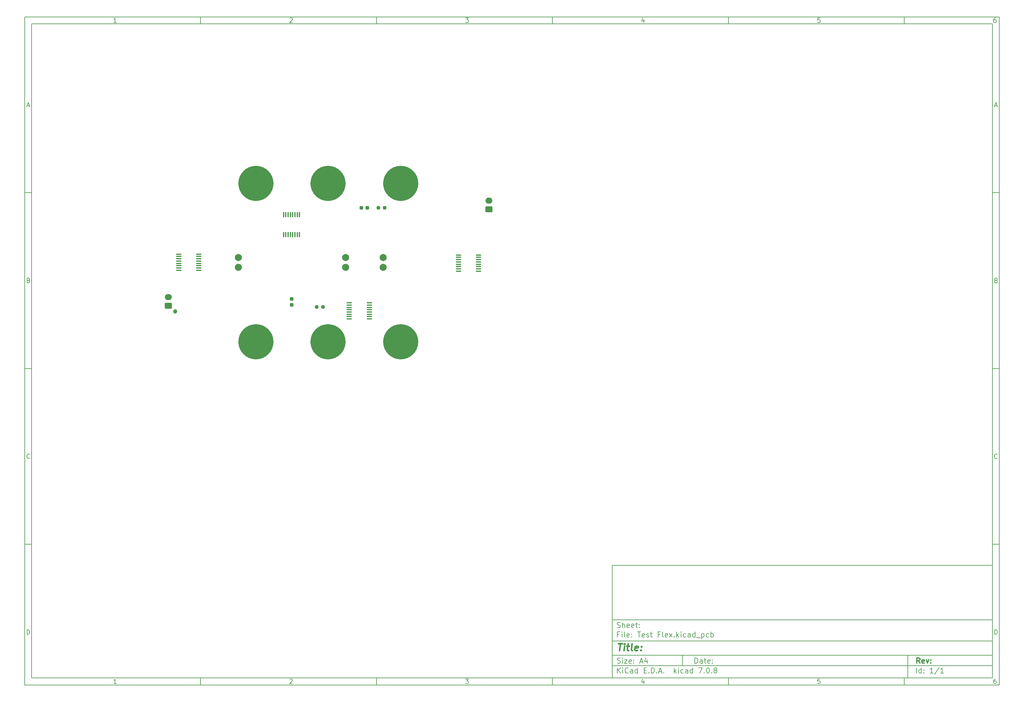
<source format=gbr>
%TF.GenerationSoftware,KiCad,Pcbnew,7.0.8*%
%TF.CreationDate,2023-11-08T15:44:53-05:00*%
%TF.ProjectId,Test Flex,54657374-2046-46c6-9578-2e6b69636164,rev?*%
%TF.SameCoordinates,Original*%
%TF.FileFunction,Soldermask,Top*%
%TF.FilePolarity,Negative*%
%FSLAX46Y46*%
G04 Gerber Fmt 4.6, Leading zero omitted, Abs format (unit mm)*
G04 Created by KiCad (PCBNEW 7.0.8) date 2023-11-08 15:44:53*
%MOMM*%
%LPD*%
G01*
G04 APERTURE LIST*
G04 Aperture macros list*
%AMRoundRect*
0 Rectangle with rounded corners*
0 $1 Rounding radius*
0 $2 $3 $4 $5 $6 $7 $8 $9 X,Y pos of 4 corners*
0 Add a 4 corners polygon primitive as box body*
4,1,4,$2,$3,$4,$5,$6,$7,$8,$9,$2,$3,0*
0 Add four circle primitives for the rounded corners*
1,1,$1+$1,$2,$3*
1,1,$1+$1,$4,$5*
1,1,$1+$1,$6,$7*
1,1,$1+$1,$8,$9*
0 Add four rect primitives between the rounded corners*
20,1,$1+$1,$2,$3,$4,$5,0*
20,1,$1+$1,$4,$5,$6,$7,0*
20,1,$1+$1,$6,$7,$8,$9,0*
20,1,$1+$1,$8,$9,$2,$3,0*%
G04 Aperture macros list end*
%ADD10C,0.100000*%
%ADD11C,0.150000*%
%ADD12C,0.300000*%
%ADD13C,0.400000*%
%ADD14C,10.000000*%
%ADD15C,2.000000*%
%ADD16RoundRect,0.100000X-0.637500X-0.100000X0.637500X-0.100000X0.637500X0.100000X-0.637500X0.100000X0*%
%ADD17RoundRect,0.237500X-0.237500X0.287500X-0.237500X-0.287500X0.237500X-0.287500X0.237500X0.287500X0*%
%ADD18RoundRect,0.237500X-0.250000X-0.237500X0.250000X-0.237500X0.250000X0.237500X-0.250000X0.237500X0*%
%ADD19C,1.200000*%
%ADD20RoundRect,0.250000X0.750000X-0.600000X0.750000X0.600000X-0.750000X0.600000X-0.750000X-0.600000X0*%
%ADD21O,2.000000X1.700000*%
%ADD22RoundRect,0.237500X-0.287500X-0.237500X0.287500X-0.237500X0.287500X0.237500X-0.287500X0.237500X0*%
%ADD23RoundRect,0.100000X0.100000X-0.637500X0.100000X0.637500X-0.100000X0.637500X-0.100000X-0.637500X0*%
G04 APERTURE END LIST*
D10*
D11*
X177002200Y-166007200D02*
X285002200Y-166007200D01*
X285002200Y-198007200D01*
X177002200Y-198007200D01*
X177002200Y-166007200D01*
D10*
D11*
X10000000Y-10000000D02*
X287002200Y-10000000D01*
X287002200Y-200007200D01*
X10000000Y-200007200D01*
X10000000Y-10000000D01*
D10*
D11*
X12000000Y-12000000D02*
X285002200Y-12000000D01*
X285002200Y-198007200D01*
X12000000Y-198007200D01*
X12000000Y-12000000D01*
D10*
D11*
X60000000Y-12000000D02*
X60000000Y-10000000D01*
D10*
D11*
X110000000Y-12000000D02*
X110000000Y-10000000D01*
D10*
D11*
X160000000Y-12000000D02*
X160000000Y-10000000D01*
D10*
D11*
X210000000Y-12000000D02*
X210000000Y-10000000D01*
D10*
D11*
X260000000Y-12000000D02*
X260000000Y-10000000D01*
D10*
D11*
X36089160Y-11593604D02*
X35346303Y-11593604D01*
X35717731Y-11593604D02*
X35717731Y-10293604D01*
X35717731Y-10293604D02*
X35593922Y-10479319D01*
X35593922Y-10479319D02*
X35470112Y-10603128D01*
X35470112Y-10603128D02*
X35346303Y-10665033D01*
D10*
D11*
X85346303Y-10417414D02*
X85408207Y-10355509D01*
X85408207Y-10355509D02*
X85532017Y-10293604D01*
X85532017Y-10293604D02*
X85841541Y-10293604D01*
X85841541Y-10293604D02*
X85965350Y-10355509D01*
X85965350Y-10355509D02*
X86027255Y-10417414D01*
X86027255Y-10417414D02*
X86089160Y-10541223D01*
X86089160Y-10541223D02*
X86089160Y-10665033D01*
X86089160Y-10665033D02*
X86027255Y-10850747D01*
X86027255Y-10850747D02*
X85284398Y-11593604D01*
X85284398Y-11593604D02*
X86089160Y-11593604D01*
D10*
D11*
X135284398Y-10293604D02*
X136089160Y-10293604D01*
X136089160Y-10293604D02*
X135655826Y-10788842D01*
X135655826Y-10788842D02*
X135841541Y-10788842D01*
X135841541Y-10788842D02*
X135965350Y-10850747D01*
X135965350Y-10850747D02*
X136027255Y-10912652D01*
X136027255Y-10912652D02*
X136089160Y-11036461D01*
X136089160Y-11036461D02*
X136089160Y-11345985D01*
X136089160Y-11345985D02*
X136027255Y-11469795D01*
X136027255Y-11469795D02*
X135965350Y-11531700D01*
X135965350Y-11531700D02*
X135841541Y-11593604D01*
X135841541Y-11593604D02*
X135470112Y-11593604D01*
X135470112Y-11593604D02*
X135346303Y-11531700D01*
X135346303Y-11531700D02*
X135284398Y-11469795D01*
D10*
D11*
X185965350Y-10726938D02*
X185965350Y-11593604D01*
X185655826Y-10231700D02*
X185346303Y-11160271D01*
X185346303Y-11160271D02*
X186151064Y-11160271D01*
D10*
D11*
X236027255Y-10293604D02*
X235408207Y-10293604D01*
X235408207Y-10293604D02*
X235346303Y-10912652D01*
X235346303Y-10912652D02*
X235408207Y-10850747D01*
X235408207Y-10850747D02*
X235532017Y-10788842D01*
X235532017Y-10788842D02*
X235841541Y-10788842D01*
X235841541Y-10788842D02*
X235965350Y-10850747D01*
X235965350Y-10850747D02*
X236027255Y-10912652D01*
X236027255Y-10912652D02*
X236089160Y-11036461D01*
X236089160Y-11036461D02*
X236089160Y-11345985D01*
X236089160Y-11345985D02*
X236027255Y-11469795D01*
X236027255Y-11469795D02*
X235965350Y-11531700D01*
X235965350Y-11531700D02*
X235841541Y-11593604D01*
X235841541Y-11593604D02*
X235532017Y-11593604D01*
X235532017Y-11593604D02*
X235408207Y-11531700D01*
X235408207Y-11531700D02*
X235346303Y-11469795D01*
D10*
D11*
X285965350Y-10293604D02*
X285717731Y-10293604D01*
X285717731Y-10293604D02*
X285593922Y-10355509D01*
X285593922Y-10355509D02*
X285532017Y-10417414D01*
X285532017Y-10417414D02*
X285408207Y-10603128D01*
X285408207Y-10603128D02*
X285346303Y-10850747D01*
X285346303Y-10850747D02*
X285346303Y-11345985D01*
X285346303Y-11345985D02*
X285408207Y-11469795D01*
X285408207Y-11469795D02*
X285470112Y-11531700D01*
X285470112Y-11531700D02*
X285593922Y-11593604D01*
X285593922Y-11593604D02*
X285841541Y-11593604D01*
X285841541Y-11593604D02*
X285965350Y-11531700D01*
X285965350Y-11531700D02*
X286027255Y-11469795D01*
X286027255Y-11469795D02*
X286089160Y-11345985D01*
X286089160Y-11345985D02*
X286089160Y-11036461D01*
X286089160Y-11036461D02*
X286027255Y-10912652D01*
X286027255Y-10912652D02*
X285965350Y-10850747D01*
X285965350Y-10850747D02*
X285841541Y-10788842D01*
X285841541Y-10788842D02*
X285593922Y-10788842D01*
X285593922Y-10788842D02*
X285470112Y-10850747D01*
X285470112Y-10850747D02*
X285408207Y-10912652D01*
X285408207Y-10912652D02*
X285346303Y-11036461D01*
D10*
D11*
X60000000Y-198007200D02*
X60000000Y-200007200D01*
D10*
D11*
X110000000Y-198007200D02*
X110000000Y-200007200D01*
D10*
D11*
X160000000Y-198007200D02*
X160000000Y-200007200D01*
D10*
D11*
X210000000Y-198007200D02*
X210000000Y-200007200D01*
D10*
D11*
X260000000Y-198007200D02*
X260000000Y-200007200D01*
D10*
D11*
X36089160Y-199600804D02*
X35346303Y-199600804D01*
X35717731Y-199600804D02*
X35717731Y-198300804D01*
X35717731Y-198300804D02*
X35593922Y-198486519D01*
X35593922Y-198486519D02*
X35470112Y-198610328D01*
X35470112Y-198610328D02*
X35346303Y-198672233D01*
D10*
D11*
X85346303Y-198424614D02*
X85408207Y-198362709D01*
X85408207Y-198362709D02*
X85532017Y-198300804D01*
X85532017Y-198300804D02*
X85841541Y-198300804D01*
X85841541Y-198300804D02*
X85965350Y-198362709D01*
X85965350Y-198362709D02*
X86027255Y-198424614D01*
X86027255Y-198424614D02*
X86089160Y-198548423D01*
X86089160Y-198548423D02*
X86089160Y-198672233D01*
X86089160Y-198672233D02*
X86027255Y-198857947D01*
X86027255Y-198857947D02*
X85284398Y-199600804D01*
X85284398Y-199600804D02*
X86089160Y-199600804D01*
D10*
D11*
X135284398Y-198300804D02*
X136089160Y-198300804D01*
X136089160Y-198300804D02*
X135655826Y-198796042D01*
X135655826Y-198796042D02*
X135841541Y-198796042D01*
X135841541Y-198796042D02*
X135965350Y-198857947D01*
X135965350Y-198857947D02*
X136027255Y-198919852D01*
X136027255Y-198919852D02*
X136089160Y-199043661D01*
X136089160Y-199043661D02*
X136089160Y-199353185D01*
X136089160Y-199353185D02*
X136027255Y-199476995D01*
X136027255Y-199476995D02*
X135965350Y-199538900D01*
X135965350Y-199538900D02*
X135841541Y-199600804D01*
X135841541Y-199600804D02*
X135470112Y-199600804D01*
X135470112Y-199600804D02*
X135346303Y-199538900D01*
X135346303Y-199538900D02*
X135284398Y-199476995D01*
D10*
D11*
X185965350Y-198734138D02*
X185965350Y-199600804D01*
X185655826Y-198238900D02*
X185346303Y-199167471D01*
X185346303Y-199167471D02*
X186151064Y-199167471D01*
D10*
D11*
X236027255Y-198300804D02*
X235408207Y-198300804D01*
X235408207Y-198300804D02*
X235346303Y-198919852D01*
X235346303Y-198919852D02*
X235408207Y-198857947D01*
X235408207Y-198857947D02*
X235532017Y-198796042D01*
X235532017Y-198796042D02*
X235841541Y-198796042D01*
X235841541Y-198796042D02*
X235965350Y-198857947D01*
X235965350Y-198857947D02*
X236027255Y-198919852D01*
X236027255Y-198919852D02*
X236089160Y-199043661D01*
X236089160Y-199043661D02*
X236089160Y-199353185D01*
X236089160Y-199353185D02*
X236027255Y-199476995D01*
X236027255Y-199476995D02*
X235965350Y-199538900D01*
X235965350Y-199538900D02*
X235841541Y-199600804D01*
X235841541Y-199600804D02*
X235532017Y-199600804D01*
X235532017Y-199600804D02*
X235408207Y-199538900D01*
X235408207Y-199538900D02*
X235346303Y-199476995D01*
D10*
D11*
X285965350Y-198300804D02*
X285717731Y-198300804D01*
X285717731Y-198300804D02*
X285593922Y-198362709D01*
X285593922Y-198362709D02*
X285532017Y-198424614D01*
X285532017Y-198424614D02*
X285408207Y-198610328D01*
X285408207Y-198610328D02*
X285346303Y-198857947D01*
X285346303Y-198857947D02*
X285346303Y-199353185D01*
X285346303Y-199353185D02*
X285408207Y-199476995D01*
X285408207Y-199476995D02*
X285470112Y-199538900D01*
X285470112Y-199538900D02*
X285593922Y-199600804D01*
X285593922Y-199600804D02*
X285841541Y-199600804D01*
X285841541Y-199600804D02*
X285965350Y-199538900D01*
X285965350Y-199538900D02*
X286027255Y-199476995D01*
X286027255Y-199476995D02*
X286089160Y-199353185D01*
X286089160Y-199353185D02*
X286089160Y-199043661D01*
X286089160Y-199043661D02*
X286027255Y-198919852D01*
X286027255Y-198919852D02*
X285965350Y-198857947D01*
X285965350Y-198857947D02*
X285841541Y-198796042D01*
X285841541Y-198796042D02*
X285593922Y-198796042D01*
X285593922Y-198796042D02*
X285470112Y-198857947D01*
X285470112Y-198857947D02*
X285408207Y-198919852D01*
X285408207Y-198919852D02*
X285346303Y-199043661D01*
D10*
D11*
X10000000Y-60000000D02*
X12000000Y-60000000D01*
D10*
D11*
X10000000Y-110000000D02*
X12000000Y-110000000D01*
D10*
D11*
X10000000Y-160000000D02*
X12000000Y-160000000D01*
D10*
D11*
X10690476Y-35222176D02*
X11309523Y-35222176D01*
X10566666Y-35593604D02*
X10999999Y-34293604D01*
X10999999Y-34293604D02*
X11433333Y-35593604D01*
D10*
D11*
X11092857Y-84912652D02*
X11278571Y-84974557D01*
X11278571Y-84974557D02*
X11340476Y-85036461D01*
X11340476Y-85036461D02*
X11402380Y-85160271D01*
X11402380Y-85160271D02*
X11402380Y-85345985D01*
X11402380Y-85345985D02*
X11340476Y-85469795D01*
X11340476Y-85469795D02*
X11278571Y-85531700D01*
X11278571Y-85531700D02*
X11154761Y-85593604D01*
X11154761Y-85593604D02*
X10659523Y-85593604D01*
X10659523Y-85593604D02*
X10659523Y-84293604D01*
X10659523Y-84293604D02*
X11092857Y-84293604D01*
X11092857Y-84293604D02*
X11216666Y-84355509D01*
X11216666Y-84355509D02*
X11278571Y-84417414D01*
X11278571Y-84417414D02*
X11340476Y-84541223D01*
X11340476Y-84541223D02*
X11340476Y-84665033D01*
X11340476Y-84665033D02*
X11278571Y-84788842D01*
X11278571Y-84788842D02*
X11216666Y-84850747D01*
X11216666Y-84850747D02*
X11092857Y-84912652D01*
X11092857Y-84912652D02*
X10659523Y-84912652D01*
D10*
D11*
X11402380Y-135469795D02*
X11340476Y-135531700D01*
X11340476Y-135531700D02*
X11154761Y-135593604D01*
X11154761Y-135593604D02*
X11030952Y-135593604D01*
X11030952Y-135593604D02*
X10845238Y-135531700D01*
X10845238Y-135531700D02*
X10721428Y-135407890D01*
X10721428Y-135407890D02*
X10659523Y-135284080D01*
X10659523Y-135284080D02*
X10597619Y-135036461D01*
X10597619Y-135036461D02*
X10597619Y-134850747D01*
X10597619Y-134850747D02*
X10659523Y-134603128D01*
X10659523Y-134603128D02*
X10721428Y-134479319D01*
X10721428Y-134479319D02*
X10845238Y-134355509D01*
X10845238Y-134355509D02*
X11030952Y-134293604D01*
X11030952Y-134293604D02*
X11154761Y-134293604D01*
X11154761Y-134293604D02*
X11340476Y-134355509D01*
X11340476Y-134355509D02*
X11402380Y-134417414D01*
D10*
D11*
X10659523Y-185593604D02*
X10659523Y-184293604D01*
X10659523Y-184293604D02*
X10969047Y-184293604D01*
X10969047Y-184293604D02*
X11154761Y-184355509D01*
X11154761Y-184355509D02*
X11278571Y-184479319D01*
X11278571Y-184479319D02*
X11340476Y-184603128D01*
X11340476Y-184603128D02*
X11402380Y-184850747D01*
X11402380Y-184850747D02*
X11402380Y-185036461D01*
X11402380Y-185036461D02*
X11340476Y-185284080D01*
X11340476Y-185284080D02*
X11278571Y-185407890D01*
X11278571Y-185407890D02*
X11154761Y-185531700D01*
X11154761Y-185531700D02*
X10969047Y-185593604D01*
X10969047Y-185593604D02*
X10659523Y-185593604D01*
D10*
D11*
X287002200Y-60000000D02*
X285002200Y-60000000D01*
D10*
D11*
X287002200Y-110000000D02*
X285002200Y-110000000D01*
D10*
D11*
X287002200Y-160000000D02*
X285002200Y-160000000D01*
D10*
D11*
X285692676Y-35222176D02*
X286311723Y-35222176D01*
X285568866Y-35593604D02*
X286002199Y-34293604D01*
X286002199Y-34293604D02*
X286435533Y-35593604D01*
D10*
D11*
X286095057Y-84912652D02*
X286280771Y-84974557D01*
X286280771Y-84974557D02*
X286342676Y-85036461D01*
X286342676Y-85036461D02*
X286404580Y-85160271D01*
X286404580Y-85160271D02*
X286404580Y-85345985D01*
X286404580Y-85345985D02*
X286342676Y-85469795D01*
X286342676Y-85469795D02*
X286280771Y-85531700D01*
X286280771Y-85531700D02*
X286156961Y-85593604D01*
X286156961Y-85593604D02*
X285661723Y-85593604D01*
X285661723Y-85593604D02*
X285661723Y-84293604D01*
X285661723Y-84293604D02*
X286095057Y-84293604D01*
X286095057Y-84293604D02*
X286218866Y-84355509D01*
X286218866Y-84355509D02*
X286280771Y-84417414D01*
X286280771Y-84417414D02*
X286342676Y-84541223D01*
X286342676Y-84541223D02*
X286342676Y-84665033D01*
X286342676Y-84665033D02*
X286280771Y-84788842D01*
X286280771Y-84788842D02*
X286218866Y-84850747D01*
X286218866Y-84850747D02*
X286095057Y-84912652D01*
X286095057Y-84912652D02*
X285661723Y-84912652D01*
D10*
D11*
X286404580Y-135469795D02*
X286342676Y-135531700D01*
X286342676Y-135531700D02*
X286156961Y-135593604D01*
X286156961Y-135593604D02*
X286033152Y-135593604D01*
X286033152Y-135593604D02*
X285847438Y-135531700D01*
X285847438Y-135531700D02*
X285723628Y-135407890D01*
X285723628Y-135407890D02*
X285661723Y-135284080D01*
X285661723Y-135284080D02*
X285599819Y-135036461D01*
X285599819Y-135036461D02*
X285599819Y-134850747D01*
X285599819Y-134850747D02*
X285661723Y-134603128D01*
X285661723Y-134603128D02*
X285723628Y-134479319D01*
X285723628Y-134479319D02*
X285847438Y-134355509D01*
X285847438Y-134355509D02*
X286033152Y-134293604D01*
X286033152Y-134293604D02*
X286156961Y-134293604D01*
X286156961Y-134293604D02*
X286342676Y-134355509D01*
X286342676Y-134355509D02*
X286404580Y-134417414D01*
D10*
D11*
X285661723Y-185593604D02*
X285661723Y-184293604D01*
X285661723Y-184293604D02*
X285971247Y-184293604D01*
X285971247Y-184293604D02*
X286156961Y-184355509D01*
X286156961Y-184355509D02*
X286280771Y-184479319D01*
X286280771Y-184479319D02*
X286342676Y-184603128D01*
X286342676Y-184603128D02*
X286404580Y-184850747D01*
X286404580Y-184850747D02*
X286404580Y-185036461D01*
X286404580Y-185036461D02*
X286342676Y-185284080D01*
X286342676Y-185284080D02*
X286280771Y-185407890D01*
X286280771Y-185407890D02*
X286156961Y-185531700D01*
X286156961Y-185531700D02*
X285971247Y-185593604D01*
X285971247Y-185593604D02*
X285661723Y-185593604D01*
D10*
D11*
X200458026Y-193793328D02*
X200458026Y-192293328D01*
X200458026Y-192293328D02*
X200815169Y-192293328D01*
X200815169Y-192293328D02*
X201029455Y-192364757D01*
X201029455Y-192364757D02*
X201172312Y-192507614D01*
X201172312Y-192507614D02*
X201243741Y-192650471D01*
X201243741Y-192650471D02*
X201315169Y-192936185D01*
X201315169Y-192936185D02*
X201315169Y-193150471D01*
X201315169Y-193150471D02*
X201243741Y-193436185D01*
X201243741Y-193436185D02*
X201172312Y-193579042D01*
X201172312Y-193579042D02*
X201029455Y-193721900D01*
X201029455Y-193721900D02*
X200815169Y-193793328D01*
X200815169Y-193793328D02*
X200458026Y-193793328D01*
X202600884Y-193793328D02*
X202600884Y-193007614D01*
X202600884Y-193007614D02*
X202529455Y-192864757D01*
X202529455Y-192864757D02*
X202386598Y-192793328D01*
X202386598Y-192793328D02*
X202100884Y-192793328D01*
X202100884Y-192793328D02*
X201958026Y-192864757D01*
X202600884Y-193721900D02*
X202458026Y-193793328D01*
X202458026Y-193793328D02*
X202100884Y-193793328D01*
X202100884Y-193793328D02*
X201958026Y-193721900D01*
X201958026Y-193721900D02*
X201886598Y-193579042D01*
X201886598Y-193579042D02*
X201886598Y-193436185D01*
X201886598Y-193436185D02*
X201958026Y-193293328D01*
X201958026Y-193293328D02*
X202100884Y-193221900D01*
X202100884Y-193221900D02*
X202458026Y-193221900D01*
X202458026Y-193221900D02*
X202600884Y-193150471D01*
X203100884Y-192793328D02*
X203672312Y-192793328D01*
X203315169Y-192293328D02*
X203315169Y-193579042D01*
X203315169Y-193579042D02*
X203386598Y-193721900D01*
X203386598Y-193721900D02*
X203529455Y-193793328D01*
X203529455Y-193793328D02*
X203672312Y-193793328D01*
X204743741Y-193721900D02*
X204600884Y-193793328D01*
X204600884Y-193793328D02*
X204315170Y-193793328D01*
X204315170Y-193793328D02*
X204172312Y-193721900D01*
X204172312Y-193721900D02*
X204100884Y-193579042D01*
X204100884Y-193579042D02*
X204100884Y-193007614D01*
X204100884Y-193007614D02*
X204172312Y-192864757D01*
X204172312Y-192864757D02*
X204315170Y-192793328D01*
X204315170Y-192793328D02*
X204600884Y-192793328D01*
X204600884Y-192793328D02*
X204743741Y-192864757D01*
X204743741Y-192864757D02*
X204815170Y-193007614D01*
X204815170Y-193007614D02*
X204815170Y-193150471D01*
X204815170Y-193150471D02*
X204100884Y-193293328D01*
X205458026Y-193650471D02*
X205529455Y-193721900D01*
X205529455Y-193721900D02*
X205458026Y-193793328D01*
X205458026Y-193793328D02*
X205386598Y-193721900D01*
X205386598Y-193721900D02*
X205458026Y-193650471D01*
X205458026Y-193650471D02*
X205458026Y-193793328D01*
X205458026Y-192864757D02*
X205529455Y-192936185D01*
X205529455Y-192936185D02*
X205458026Y-193007614D01*
X205458026Y-193007614D02*
X205386598Y-192936185D01*
X205386598Y-192936185D02*
X205458026Y-192864757D01*
X205458026Y-192864757D02*
X205458026Y-193007614D01*
D10*
D11*
X177002200Y-194507200D02*
X285002200Y-194507200D01*
D10*
D11*
X178458026Y-196593328D02*
X178458026Y-195093328D01*
X179315169Y-196593328D02*
X178672312Y-195736185D01*
X179315169Y-195093328D02*
X178458026Y-195950471D01*
X179958026Y-196593328D02*
X179958026Y-195593328D01*
X179958026Y-195093328D02*
X179886598Y-195164757D01*
X179886598Y-195164757D02*
X179958026Y-195236185D01*
X179958026Y-195236185D02*
X180029455Y-195164757D01*
X180029455Y-195164757D02*
X179958026Y-195093328D01*
X179958026Y-195093328D02*
X179958026Y-195236185D01*
X181529455Y-196450471D02*
X181458027Y-196521900D01*
X181458027Y-196521900D02*
X181243741Y-196593328D01*
X181243741Y-196593328D02*
X181100884Y-196593328D01*
X181100884Y-196593328D02*
X180886598Y-196521900D01*
X180886598Y-196521900D02*
X180743741Y-196379042D01*
X180743741Y-196379042D02*
X180672312Y-196236185D01*
X180672312Y-196236185D02*
X180600884Y-195950471D01*
X180600884Y-195950471D02*
X180600884Y-195736185D01*
X180600884Y-195736185D02*
X180672312Y-195450471D01*
X180672312Y-195450471D02*
X180743741Y-195307614D01*
X180743741Y-195307614D02*
X180886598Y-195164757D01*
X180886598Y-195164757D02*
X181100884Y-195093328D01*
X181100884Y-195093328D02*
X181243741Y-195093328D01*
X181243741Y-195093328D02*
X181458027Y-195164757D01*
X181458027Y-195164757D02*
X181529455Y-195236185D01*
X182815170Y-196593328D02*
X182815170Y-195807614D01*
X182815170Y-195807614D02*
X182743741Y-195664757D01*
X182743741Y-195664757D02*
X182600884Y-195593328D01*
X182600884Y-195593328D02*
X182315170Y-195593328D01*
X182315170Y-195593328D02*
X182172312Y-195664757D01*
X182815170Y-196521900D02*
X182672312Y-196593328D01*
X182672312Y-196593328D02*
X182315170Y-196593328D01*
X182315170Y-196593328D02*
X182172312Y-196521900D01*
X182172312Y-196521900D02*
X182100884Y-196379042D01*
X182100884Y-196379042D02*
X182100884Y-196236185D01*
X182100884Y-196236185D02*
X182172312Y-196093328D01*
X182172312Y-196093328D02*
X182315170Y-196021900D01*
X182315170Y-196021900D02*
X182672312Y-196021900D01*
X182672312Y-196021900D02*
X182815170Y-195950471D01*
X184172313Y-196593328D02*
X184172313Y-195093328D01*
X184172313Y-196521900D02*
X184029455Y-196593328D01*
X184029455Y-196593328D02*
X183743741Y-196593328D01*
X183743741Y-196593328D02*
X183600884Y-196521900D01*
X183600884Y-196521900D02*
X183529455Y-196450471D01*
X183529455Y-196450471D02*
X183458027Y-196307614D01*
X183458027Y-196307614D02*
X183458027Y-195879042D01*
X183458027Y-195879042D02*
X183529455Y-195736185D01*
X183529455Y-195736185D02*
X183600884Y-195664757D01*
X183600884Y-195664757D02*
X183743741Y-195593328D01*
X183743741Y-195593328D02*
X184029455Y-195593328D01*
X184029455Y-195593328D02*
X184172313Y-195664757D01*
X186029455Y-195807614D02*
X186529455Y-195807614D01*
X186743741Y-196593328D02*
X186029455Y-196593328D01*
X186029455Y-196593328D02*
X186029455Y-195093328D01*
X186029455Y-195093328D02*
X186743741Y-195093328D01*
X187386598Y-196450471D02*
X187458027Y-196521900D01*
X187458027Y-196521900D02*
X187386598Y-196593328D01*
X187386598Y-196593328D02*
X187315170Y-196521900D01*
X187315170Y-196521900D02*
X187386598Y-196450471D01*
X187386598Y-196450471D02*
X187386598Y-196593328D01*
X188100884Y-196593328D02*
X188100884Y-195093328D01*
X188100884Y-195093328D02*
X188458027Y-195093328D01*
X188458027Y-195093328D02*
X188672313Y-195164757D01*
X188672313Y-195164757D02*
X188815170Y-195307614D01*
X188815170Y-195307614D02*
X188886599Y-195450471D01*
X188886599Y-195450471D02*
X188958027Y-195736185D01*
X188958027Y-195736185D02*
X188958027Y-195950471D01*
X188958027Y-195950471D02*
X188886599Y-196236185D01*
X188886599Y-196236185D02*
X188815170Y-196379042D01*
X188815170Y-196379042D02*
X188672313Y-196521900D01*
X188672313Y-196521900D02*
X188458027Y-196593328D01*
X188458027Y-196593328D02*
X188100884Y-196593328D01*
X189600884Y-196450471D02*
X189672313Y-196521900D01*
X189672313Y-196521900D02*
X189600884Y-196593328D01*
X189600884Y-196593328D02*
X189529456Y-196521900D01*
X189529456Y-196521900D02*
X189600884Y-196450471D01*
X189600884Y-196450471D02*
X189600884Y-196593328D01*
X190243742Y-196164757D02*
X190958028Y-196164757D01*
X190100885Y-196593328D02*
X190600885Y-195093328D01*
X190600885Y-195093328D02*
X191100885Y-196593328D01*
X191600884Y-196450471D02*
X191672313Y-196521900D01*
X191672313Y-196521900D02*
X191600884Y-196593328D01*
X191600884Y-196593328D02*
X191529456Y-196521900D01*
X191529456Y-196521900D02*
X191600884Y-196450471D01*
X191600884Y-196450471D02*
X191600884Y-196593328D01*
X194600884Y-196593328D02*
X194600884Y-195093328D01*
X194743742Y-196021900D02*
X195172313Y-196593328D01*
X195172313Y-195593328D02*
X194600884Y-196164757D01*
X195815170Y-196593328D02*
X195815170Y-195593328D01*
X195815170Y-195093328D02*
X195743742Y-195164757D01*
X195743742Y-195164757D02*
X195815170Y-195236185D01*
X195815170Y-195236185D02*
X195886599Y-195164757D01*
X195886599Y-195164757D02*
X195815170Y-195093328D01*
X195815170Y-195093328D02*
X195815170Y-195236185D01*
X197172314Y-196521900D02*
X197029456Y-196593328D01*
X197029456Y-196593328D02*
X196743742Y-196593328D01*
X196743742Y-196593328D02*
X196600885Y-196521900D01*
X196600885Y-196521900D02*
X196529456Y-196450471D01*
X196529456Y-196450471D02*
X196458028Y-196307614D01*
X196458028Y-196307614D02*
X196458028Y-195879042D01*
X196458028Y-195879042D02*
X196529456Y-195736185D01*
X196529456Y-195736185D02*
X196600885Y-195664757D01*
X196600885Y-195664757D02*
X196743742Y-195593328D01*
X196743742Y-195593328D02*
X197029456Y-195593328D01*
X197029456Y-195593328D02*
X197172314Y-195664757D01*
X198458028Y-196593328D02*
X198458028Y-195807614D01*
X198458028Y-195807614D02*
X198386599Y-195664757D01*
X198386599Y-195664757D02*
X198243742Y-195593328D01*
X198243742Y-195593328D02*
X197958028Y-195593328D01*
X197958028Y-195593328D02*
X197815170Y-195664757D01*
X198458028Y-196521900D02*
X198315170Y-196593328D01*
X198315170Y-196593328D02*
X197958028Y-196593328D01*
X197958028Y-196593328D02*
X197815170Y-196521900D01*
X197815170Y-196521900D02*
X197743742Y-196379042D01*
X197743742Y-196379042D02*
X197743742Y-196236185D01*
X197743742Y-196236185D02*
X197815170Y-196093328D01*
X197815170Y-196093328D02*
X197958028Y-196021900D01*
X197958028Y-196021900D02*
X198315170Y-196021900D01*
X198315170Y-196021900D02*
X198458028Y-195950471D01*
X199815171Y-196593328D02*
X199815171Y-195093328D01*
X199815171Y-196521900D02*
X199672313Y-196593328D01*
X199672313Y-196593328D02*
X199386599Y-196593328D01*
X199386599Y-196593328D02*
X199243742Y-196521900D01*
X199243742Y-196521900D02*
X199172313Y-196450471D01*
X199172313Y-196450471D02*
X199100885Y-196307614D01*
X199100885Y-196307614D02*
X199100885Y-195879042D01*
X199100885Y-195879042D02*
X199172313Y-195736185D01*
X199172313Y-195736185D02*
X199243742Y-195664757D01*
X199243742Y-195664757D02*
X199386599Y-195593328D01*
X199386599Y-195593328D02*
X199672313Y-195593328D01*
X199672313Y-195593328D02*
X199815171Y-195664757D01*
X201529456Y-195093328D02*
X202529456Y-195093328D01*
X202529456Y-195093328D02*
X201886599Y-196593328D01*
X203100884Y-196450471D02*
X203172313Y-196521900D01*
X203172313Y-196521900D02*
X203100884Y-196593328D01*
X203100884Y-196593328D02*
X203029456Y-196521900D01*
X203029456Y-196521900D02*
X203100884Y-196450471D01*
X203100884Y-196450471D02*
X203100884Y-196593328D01*
X204100885Y-195093328D02*
X204243742Y-195093328D01*
X204243742Y-195093328D02*
X204386599Y-195164757D01*
X204386599Y-195164757D02*
X204458028Y-195236185D01*
X204458028Y-195236185D02*
X204529456Y-195379042D01*
X204529456Y-195379042D02*
X204600885Y-195664757D01*
X204600885Y-195664757D02*
X204600885Y-196021900D01*
X204600885Y-196021900D02*
X204529456Y-196307614D01*
X204529456Y-196307614D02*
X204458028Y-196450471D01*
X204458028Y-196450471D02*
X204386599Y-196521900D01*
X204386599Y-196521900D02*
X204243742Y-196593328D01*
X204243742Y-196593328D02*
X204100885Y-196593328D01*
X204100885Y-196593328D02*
X203958028Y-196521900D01*
X203958028Y-196521900D02*
X203886599Y-196450471D01*
X203886599Y-196450471D02*
X203815170Y-196307614D01*
X203815170Y-196307614D02*
X203743742Y-196021900D01*
X203743742Y-196021900D02*
X203743742Y-195664757D01*
X203743742Y-195664757D02*
X203815170Y-195379042D01*
X203815170Y-195379042D02*
X203886599Y-195236185D01*
X203886599Y-195236185D02*
X203958028Y-195164757D01*
X203958028Y-195164757D02*
X204100885Y-195093328D01*
X205243741Y-196450471D02*
X205315170Y-196521900D01*
X205315170Y-196521900D02*
X205243741Y-196593328D01*
X205243741Y-196593328D02*
X205172313Y-196521900D01*
X205172313Y-196521900D02*
X205243741Y-196450471D01*
X205243741Y-196450471D02*
X205243741Y-196593328D01*
X206172313Y-195736185D02*
X206029456Y-195664757D01*
X206029456Y-195664757D02*
X205958027Y-195593328D01*
X205958027Y-195593328D02*
X205886599Y-195450471D01*
X205886599Y-195450471D02*
X205886599Y-195379042D01*
X205886599Y-195379042D02*
X205958027Y-195236185D01*
X205958027Y-195236185D02*
X206029456Y-195164757D01*
X206029456Y-195164757D02*
X206172313Y-195093328D01*
X206172313Y-195093328D02*
X206458027Y-195093328D01*
X206458027Y-195093328D02*
X206600885Y-195164757D01*
X206600885Y-195164757D02*
X206672313Y-195236185D01*
X206672313Y-195236185D02*
X206743742Y-195379042D01*
X206743742Y-195379042D02*
X206743742Y-195450471D01*
X206743742Y-195450471D02*
X206672313Y-195593328D01*
X206672313Y-195593328D02*
X206600885Y-195664757D01*
X206600885Y-195664757D02*
X206458027Y-195736185D01*
X206458027Y-195736185D02*
X206172313Y-195736185D01*
X206172313Y-195736185D02*
X206029456Y-195807614D01*
X206029456Y-195807614D02*
X205958027Y-195879042D01*
X205958027Y-195879042D02*
X205886599Y-196021900D01*
X205886599Y-196021900D02*
X205886599Y-196307614D01*
X205886599Y-196307614D02*
X205958027Y-196450471D01*
X205958027Y-196450471D02*
X206029456Y-196521900D01*
X206029456Y-196521900D02*
X206172313Y-196593328D01*
X206172313Y-196593328D02*
X206458027Y-196593328D01*
X206458027Y-196593328D02*
X206600885Y-196521900D01*
X206600885Y-196521900D02*
X206672313Y-196450471D01*
X206672313Y-196450471D02*
X206743742Y-196307614D01*
X206743742Y-196307614D02*
X206743742Y-196021900D01*
X206743742Y-196021900D02*
X206672313Y-195879042D01*
X206672313Y-195879042D02*
X206600885Y-195807614D01*
X206600885Y-195807614D02*
X206458027Y-195736185D01*
D10*
D11*
X177002200Y-191507200D02*
X285002200Y-191507200D01*
D10*
D12*
X264413853Y-193785528D02*
X263913853Y-193071242D01*
X263556710Y-193785528D02*
X263556710Y-192285528D01*
X263556710Y-192285528D02*
X264128139Y-192285528D01*
X264128139Y-192285528D02*
X264270996Y-192356957D01*
X264270996Y-192356957D02*
X264342425Y-192428385D01*
X264342425Y-192428385D02*
X264413853Y-192571242D01*
X264413853Y-192571242D02*
X264413853Y-192785528D01*
X264413853Y-192785528D02*
X264342425Y-192928385D01*
X264342425Y-192928385D02*
X264270996Y-192999814D01*
X264270996Y-192999814D02*
X264128139Y-193071242D01*
X264128139Y-193071242D02*
X263556710Y-193071242D01*
X265628139Y-193714100D02*
X265485282Y-193785528D01*
X265485282Y-193785528D02*
X265199568Y-193785528D01*
X265199568Y-193785528D02*
X265056710Y-193714100D01*
X265056710Y-193714100D02*
X264985282Y-193571242D01*
X264985282Y-193571242D02*
X264985282Y-192999814D01*
X264985282Y-192999814D02*
X265056710Y-192856957D01*
X265056710Y-192856957D02*
X265199568Y-192785528D01*
X265199568Y-192785528D02*
X265485282Y-192785528D01*
X265485282Y-192785528D02*
X265628139Y-192856957D01*
X265628139Y-192856957D02*
X265699568Y-192999814D01*
X265699568Y-192999814D02*
X265699568Y-193142671D01*
X265699568Y-193142671D02*
X264985282Y-193285528D01*
X266199567Y-192785528D02*
X266556710Y-193785528D01*
X266556710Y-193785528D02*
X266913853Y-192785528D01*
X267485281Y-193642671D02*
X267556710Y-193714100D01*
X267556710Y-193714100D02*
X267485281Y-193785528D01*
X267485281Y-193785528D02*
X267413853Y-193714100D01*
X267413853Y-193714100D02*
X267485281Y-193642671D01*
X267485281Y-193642671D02*
X267485281Y-193785528D01*
X267485281Y-192856957D02*
X267556710Y-192928385D01*
X267556710Y-192928385D02*
X267485281Y-192999814D01*
X267485281Y-192999814D02*
X267413853Y-192928385D01*
X267413853Y-192928385D02*
X267485281Y-192856957D01*
X267485281Y-192856957D02*
X267485281Y-192999814D01*
D10*
D11*
X178386598Y-193721900D02*
X178600884Y-193793328D01*
X178600884Y-193793328D02*
X178958026Y-193793328D01*
X178958026Y-193793328D02*
X179100884Y-193721900D01*
X179100884Y-193721900D02*
X179172312Y-193650471D01*
X179172312Y-193650471D02*
X179243741Y-193507614D01*
X179243741Y-193507614D02*
X179243741Y-193364757D01*
X179243741Y-193364757D02*
X179172312Y-193221900D01*
X179172312Y-193221900D02*
X179100884Y-193150471D01*
X179100884Y-193150471D02*
X178958026Y-193079042D01*
X178958026Y-193079042D02*
X178672312Y-193007614D01*
X178672312Y-193007614D02*
X178529455Y-192936185D01*
X178529455Y-192936185D02*
X178458026Y-192864757D01*
X178458026Y-192864757D02*
X178386598Y-192721900D01*
X178386598Y-192721900D02*
X178386598Y-192579042D01*
X178386598Y-192579042D02*
X178458026Y-192436185D01*
X178458026Y-192436185D02*
X178529455Y-192364757D01*
X178529455Y-192364757D02*
X178672312Y-192293328D01*
X178672312Y-192293328D02*
X179029455Y-192293328D01*
X179029455Y-192293328D02*
X179243741Y-192364757D01*
X179886597Y-193793328D02*
X179886597Y-192793328D01*
X179886597Y-192293328D02*
X179815169Y-192364757D01*
X179815169Y-192364757D02*
X179886597Y-192436185D01*
X179886597Y-192436185D02*
X179958026Y-192364757D01*
X179958026Y-192364757D02*
X179886597Y-192293328D01*
X179886597Y-192293328D02*
X179886597Y-192436185D01*
X180458026Y-192793328D02*
X181243741Y-192793328D01*
X181243741Y-192793328D02*
X180458026Y-193793328D01*
X180458026Y-193793328D02*
X181243741Y-193793328D01*
X182386598Y-193721900D02*
X182243741Y-193793328D01*
X182243741Y-193793328D02*
X181958027Y-193793328D01*
X181958027Y-193793328D02*
X181815169Y-193721900D01*
X181815169Y-193721900D02*
X181743741Y-193579042D01*
X181743741Y-193579042D02*
X181743741Y-193007614D01*
X181743741Y-193007614D02*
X181815169Y-192864757D01*
X181815169Y-192864757D02*
X181958027Y-192793328D01*
X181958027Y-192793328D02*
X182243741Y-192793328D01*
X182243741Y-192793328D02*
X182386598Y-192864757D01*
X182386598Y-192864757D02*
X182458027Y-193007614D01*
X182458027Y-193007614D02*
X182458027Y-193150471D01*
X182458027Y-193150471D02*
X181743741Y-193293328D01*
X183100883Y-193650471D02*
X183172312Y-193721900D01*
X183172312Y-193721900D02*
X183100883Y-193793328D01*
X183100883Y-193793328D02*
X183029455Y-193721900D01*
X183029455Y-193721900D02*
X183100883Y-193650471D01*
X183100883Y-193650471D02*
X183100883Y-193793328D01*
X183100883Y-192864757D02*
X183172312Y-192936185D01*
X183172312Y-192936185D02*
X183100883Y-193007614D01*
X183100883Y-193007614D02*
X183029455Y-192936185D01*
X183029455Y-192936185D02*
X183100883Y-192864757D01*
X183100883Y-192864757D02*
X183100883Y-193007614D01*
X184886598Y-193364757D02*
X185600884Y-193364757D01*
X184743741Y-193793328D02*
X185243741Y-192293328D01*
X185243741Y-192293328D02*
X185743741Y-193793328D01*
X186886598Y-192793328D02*
X186886598Y-193793328D01*
X186529455Y-192221900D02*
X186172312Y-193293328D01*
X186172312Y-193293328D02*
X187100883Y-193293328D01*
D10*
D11*
X263458026Y-196593328D02*
X263458026Y-195093328D01*
X264815170Y-196593328D02*
X264815170Y-195093328D01*
X264815170Y-196521900D02*
X264672312Y-196593328D01*
X264672312Y-196593328D02*
X264386598Y-196593328D01*
X264386598Y-196593328D02*
X264243741Y-196521900D01*
X264243741Y-196521900D02*
X264172312Y-196450471D01*
X264172312Y-196450471D02*
X264100884Y-196307614D01*
X264100884Y-196307614D02*
X264100884Y-195879042D01*
X264100884Y-195879042D02*
X264172312Y-195736185D01*
X264172312Y-195736185D02*
X264243741Y-195664757D01*
X264243741Y-195664757D02*
X264386598Y-195593328D01*
X264386598Y-195593328D02*
X264672312Y-195593328D01*
X264672312Y-195593328D02*
X264815170Y-195664757D01*
X265529455Y-196450471D02*
X265600884Y-196521900D01*
X265600884Y-196521900D02*
X265529455Y-196593328D01*
X265529455Y-196593328D02*
X265458027Y-196521900D01*
X265458027Y-196521900D02*
X265529455Y-196450471D01*
X265529455Y-196450471D02*
X265529455Y-196593328D01*
X265529455Y-195664757D02*
X265600884Y-195736185D01*
X265600884Y-195736185D02*
X265529455Y-195807614D01*
X265529455Y-195807614D02*
X265458027Y-195736185D01*
X265458027Y-195736185D02*
X265529455Y-195664757D01*
X265529455Y-195664757D02*
X265529455Y-195807614D01*
X268172313Y-196593328D02*
X267315170Y-196593328D01*
X267743741Y-196593328D02*
X267743741Y-195093328D01*
X267743741Y-195093328D02*
X267600884Y-195307614D01*
X267600884Y-195307614D02*
X267458027Y-195450471D01*
X267458027Y-195450471D02*
X267315170Y-195521900D01*
X269886598Y-195021900D02*
X268600884Y-196950471D01*
X271172313Y-196593328D02*
X270315170Y-196593328D01*
X270743741Y-196593328D02*
X270743741Y-195093328D01*
X270743741Y-195093328D02*
X270600884Y-195307614D01*
X270600884Y-195307614D02*
X270458027Y-195450471D01*
X270458027Y-195450471D02*
X270315170Y-195521900D01*
D10*
D11*
X177002200Y-187507200D02*
X285002200Y-187507200D01*
D10*
D13*
X178693928Y-188211638D02*
X179836785Y-188211638D01*
X179015357Y-190211638D02*
X179265357Y-188211638D01*
X180253452Y-190211638D02*
X180420119Y-188878304D01*
X180503452Y-188211638D02*
X180396309Y-188306876D01*
X180396309Y-188306876D02*
X180479643Y-188402114D01*
X180479643Y-188402114D02*
X180586786Y-188306876D01*
X180586786Y-188306876D02*
X180503452Y-188211638D01*
X180503452Y-188211638D02*
X180479643Y-188402114D01*
X181086786Y-188878304D02*
X181848690Y-188878304D01*
X181455833Y-188211638D02*
X181241548Y-189925923D01*
X181241548Y-189925923D02*
X181312976Y-190116400D01*
X181312976Y-190116400D02*
X181491548Y-190211638D01*
X181491548Y-190211638D02*
X181682024Y-190211638D01*
X182634405Y-190211638D02*
X182455833Y-190116400D01*
X182455833Y-190116400D02*
X182384405Y-189925923D01*
X182384405Y-189925923D02*
X182598690Y-188211638D01*
X184170119Y-190116400D02*
X183967738Y-190211638D01*
X183967738Y-190211638D02*
X183586785Y-190211638D01*
X183586785Y-190211638D02*
X183408214Y-190116400D01*
X183408214Y-190116400D02*
X183336785Y-189925923D01*
X183336785Y-189925923D02*
X183432024Y-189164019D01*
X183432024Y-189164019D02*
X183551071Y-188973542D01*
X183551071Y-188973542D02*
X183753452Y-188878304D01*
X183753452Y-188878304D02*
X184134404Y-188878304D01*
X184134404Y-188878304D02*
X184312976Y-188973542D01*
X184312976Y-188973542D02*
X184384404Y-189164019D01*
X184384404Y-189164019D02*
X184360595Y-189354495D01*
X184360595Y-189354495D02*
X183384404Y-189544971D01*
X185134405Y-190021161D02*
X185217738Y-190116400D01*
X185217738Y-190116400D02*
X185110595Y-190211638D01*
X185110595Y-190211638D02*
X185027262Y-190116400D01*
X185027262Y-190116400D02*
X185134405Y-190021161D01*
X185134405Y-190021161D02*
X185110595Y-190211638D01*
X185265357Y-188973542D02*
X185348690Y-189068780D01*
X185348690Y-189068780D02*
X185241548Y-189164019D01*
X185241548Y-189164019D02*
X185158214Y-189068780D01*
X185158214Y-189068780D02*
X185265357Y-188973542D01*
X185265357Y-188973542D02*
X185241548Y-189164019D01*
D10*
D11*
X178958026Y-185607614D02*
X178458026Y-185607614D01*
X178458026Y-186393328D02*
X178458026Y-184893328D01*
X178458026Y-184893328D02*
X179172312Y-184893328D01*
X179743740Y-186393328D02*
X179743740Y-185393328D01*
X179743740Y-184893328D02*
X179672312Y-184964757D01*
X179672312Y-184964757D02*
X179743740Y-185036185D01*
X179743740Y-185036185D02*
X179815169Y-184964757D01*
X179815169Y-184964757D02*
X179743740Y-184893328D01*
X179743740Y-184893328D02*
X179743740Y-185036185D01*
X180672312Y-186393328D02*
X180529455Y-186321900D01*
X180529455Y-186321900D02*
X180458026Y-186179042D01*
X180458026Y-186179042D02*
X180458026Y-184893328D01*
X181815169Y-186321900D02*
X181672312Y-186393328D01*
X181672312Y-186393328D02*
X181386598Y-186393328D01*
X181386598Y-186393328D02*
X181243740Y-186321900D01*
X181243740Y-186321900D02*
X181172312Y-186179042D01*
X181172312Y-186179042D02*
X181172312Y-185607614D01*
X181172312Y-185607614D02*
X181243740Y-185464757D01*
X181243740Y-185464757D02*
X181386598Y-185393328D01*
X181386598Y-185393328D02*
X181672312Y-185393328D01*
X181672312Y-185393328D02*
X181815169Y-185464757D01*
X181815169Y-185464757D02*
X181886598Y-185607614D01*
X181886598Y-185607614D02*
X181886598Y-185750471D01*
X181886598Y-185750471D02*
X181172312Y-185893328D01*
X182529454Y-186250471D02*
X182600883Y-186321900D01*
X182600883Y-186321900D02*
X182529454Y-186393328D01*
X182529454Y-186393328D02*
X182458026Y-186321900D01*
X182458026Y-186321900D02*
X182529454Y-186250471D01*
X182529454Y-186250471D02*
X182529454Y-186393328D01*
X182529454Y-185464757D02*
X182600883Y-185536185D01*
X182600883Y-185536185D02*
X182529454Y-185607614D01*
X182529454Y-185607614D02*
X182458026Y-185536185D01*
X182458026Y-185536185D02*
X182529454Y-185464757D01*
X182529454Y-185464757D02*
X182529454Y-185607614D01*
X184172312Y-184893328D02*
X185029455Y-184893328D01*
X184600883Y-186393328D02*
X184600883Y-184893328D01*
X186100883Y-186321900D02*
X185958026Y-186393328D01*
X185958026Y-186393328D02*
X185672312Y-186393328D01*
X185672312Y-186393328D02*
X185529454Y-186321900D01*
X185529454Y-186321900D02*
X185458026Y-186179042D01*
X185458026Y-186179042D02*
X185458026Y-185607614D01*
X185458026Y-185607614D02*
X185529454Y-185464757D01*
X185529454Y-185464757D02*
X185672312Y-185393328D01*
X185672312Y-185393328D02*
X185958026Y-185393328D01*
X185958026Y-185393328D02*
X186100883Y-185464757D01*
X186100883Y-185464757D02*
X186172312Y-185607614D01*
X186172312Y-185607614D02*
X186172312Y-185750471D01*
X186172312Y-185750471D02*
X185458026Y-185893328D01*
X186743740Y-186321900D02*
X186886597Y-186393328D01*
X186886597Y-186393328D02*
X187172311Y-186393328D01*
X187172311Y-186393328D02*
X187315168Y-186321900D01*
X187315168Y-186321900D02*
X187386597Y-186179042D01*
X187386597Y-186179042D02*
X187386597Y-186107614D01*
X187386597Y-186107614D02*
X187315168Y-185964757D01*
X187315168Y-185964757D02*
X187172311Y-185893328D01*
X187172311Y-185893328D02*
X186958026Y-185893328D01*
X186958026Y-185893328D02*
X186815168Y-185821900D01*
X186815168Y-185821900D02*
X186743740Y-185679042D01*
X186743740Y-185679042D02*
X186743740Y-185607614D01*
X186743740Y-185607614D02*
X186815168Y-185464757D01*
X186815168Y-185464757D02*
X186958026Y-185393328D01*
X186958026Y-185393328D02*
X187172311Y-185393328D01*
X187172311Y-185393328D02*
X187315168Y-185464757D01*
X187815169Y-185393328D02*
X188386597Y-185393328D01*
X188029454Y-184893328D02*
X188029454Y-186179042D01*
X188029454Y-186179042D02*
X188100883Y-186321900D01*
X188100883Y-186321900D02*
X188243740Y-186393328D01*
X188243740Y-186393328D02*
X188386597Y-186393328D01*
X190529454Y-185607614D02*
X190029454Y-185607614D01*
X190029454Y-186393328D02*
X190029454Y-184893328D01*
X190029454Y-184893328D02*
X190743740Y-184893328D01*
X191529454Y-186393328D02*
X191386597Y-186321900D01*
X191386597Y-186321900D02*
X191315168Y-186179042D01*
X191315168Y-186179042D02*
X191315168Y-184893328D01*
X192672311Y-186321900D02*
X192529454Y-186393328D01*
X192529454Y-186393328D02*
X192243740Y-186393328D01*
X192243740Y-186393328D02*
X192100882Y-186321900D01*
X192100882Y-186321900D02*
X192029454Y-186179042D01*
X192029454Y-186179042D02*
X192029454Y-185607614D01*
X192029454Y-185607614D02*
X192100882Y-185464757D01*
X192100882Y-185464757D02*
X192243740Y-185393328D01*
X192243740Y-185393328D02*
X192529454Y-185393328D01*
X192529454Y-185393328D02*
X192672311Y-185464757D01*
X192672311Y-185464757D02*
X192743740Y-185607614D01*
X192743740Y-185607614D02*
X192743740Y-185750471D01*
X192743740Y-185750471D02*
X192029454Y-185893328D01*
X193243739Y-186393328D02*
X194029454Y-185393328D01*
X193243739Y-185393328D02*
X194029454Y-186393328D01*
X194600882Y-186250471D02*
X194672311Y-186321900D01*
X194672311Y-186321900D02*
X194600882Y-186393328D01*
X194600882Y-186393328D02*
X194529454Y-186321900D01*
X194529454Y-186321900D02*
X194600882Y-186250471D01*
X194600882Y-186250471D02*
X194600882Y-186393328D01*
X195315168Y-186393328D02*
X195315168Y-184893328D01*
X195458026Y-185821900D02*
X195886597Y-186393328D01*
X195886597Y-185393328D02*
X195315168Y-185964757D01*
X196529454Y-186393328D02*
X196529454Y-185393328D01*
X196529454Y-184893328D02*
X196458026Y-184964757D01*
X196458026Y-184964757D02*
X196529454Y-185036185D01*
X196529454Y-185036185D02*
X196600883Y-184964757D01*
X196600883Y-184964757D02*
X196529454Y-184893328D01*
X196529454Y-184893328D02*
X196529454Y-185036185D01*
X197886598Y-186321900D02*
X197743740Y-186393328D01*
X197743740Y-186393328D02*
X197458026Y-186393328D01*
X197458026Y-186393328D02*
X197315169Y-186321900D01*
X197315169Y-186321900D02*
X197243740Y-186250471D01*
X197243740Y-186250471D02*
X197172312Y-186107614D01*
X197172312Y-186107614D02*
X197172312Y-185679042D01*
X197172312Y-185679042D02*
X197243740Y-185536185D01*
X197243740Y-185536185D02*
X197315169Y-185464757D01*
X197315169Y-185464757D02*
X197458026Y-185393328D01*
X197458026Y-185393328D02*
X197743740Y-185393328D01*
X197743740Y-185393328D02*
X197886598Y-185464757D01*
X199172312Y-186393328D02*
X199172312Y-185607614D01*
X199172312Y-185607614D02*
X199100883Y-185464757D01*
X199100883Y-185464757D02*
X198958026Y-185393328D01*
X198958026Y-185393328D02*
X198672312Y-185393328D01*
X198672312Y-185393328D02*
X198529454Y-185464757D01*
X199172312Y-186321900D02*
X199029454Y-186393328D01*
X199029454Y-186393328D02*
X198672312Y-186393328D01*
X198672312Y-186393328D02*
X198529454Y-186321900D01*
X198529454Y-186321900D02*
X198458026Y-186179042D01*
X198458026Y-186179042D02*
X198458026Y-186036185D01*
X198458026Y-186036185D02*
X198529454Y-185893328D01*
X198529454Y-185893328D02*
X198672312Y-185821900D01*
X198672312Y-185821900D02*
X199029454Y-185821900D01*
X199029454Y-185821900D02*
X199172312Y-185750471D01*
X200529455Y-186393328D02*
X200529455Y-184893328D01*
X200529455Y-186321900D02*
X200386597Y-186393328D01*
X200386597Y-186393328D02*
X200100883Y-186393328D01*
X200100883Y-186393328D02*
X199958026Y-186321900D01*
X199958026Y-186321900D02*
X199886597Y-186250471D01*
X199886597Y-186250471D02*
X199815169Y-186107614D01*
X199815169Y-186107614D02*
X199815169Y-185679042D01*
X199815169Y-185679042D02*
X199886597Y-185536185D01*
X199886597Y-185536185D02*
X199958026Y-185464757D01*
X199958026Y-185464757D02*
X200100883Y-185393328D01*
X200100883Y-185393328D02*
X200386597Y-185393328D01*
X200386597Y-185393328D02*
X200529455Y-185464757D01*
X200886598Y-186536185D02*
X202029455Y-186536185D01*
X202386597Y-185393328D02*
X202386597Y-186893328D01*
X202386597Y-185464757D02*
X202529455Y-185393328D01*
X202529455Y-185393328D02*
X202815169Y-185393328D01*
X202815169Y-185393328D02*
X202958026Y-185464757D01*
X202958026Y-185464757D02*
X203029455Y-185536185D01*
X203029455Y-185536185D02*
X203100883Y-185679042D01*
X203100883Y-185679042D02*
X203100883Y-186107614D01*
X203100883Y-186107614D02*
X203029455Y-186250471D01*
X203029455Y-186250471D02*
X202958026Y-186321900D01*
X202958026Y-186321900D02*
X202815169Y-186393328D01*
X202815169Y-186393328D02*
X202529455Y-186393328D01*
X202529455Y-186393328D02*
X202386597Y-186321900D01*
X204386598Y-186321900D02*
X204243740Y-186393328D01*
X204243740Y-186393328D02*
X203958026Y-186393328D01*
X203958026Y-186393328D02*
X203815169Y-186321900D01*
X203815169Y-186321900D02*
X203743740Y-186250471D01*
X203743740Y-186250471D02*
X203672312Y-186107614D01*
X203672312Y-186107614D02*
X203672312Y-185679042D01*
X203672312Y-185679042D02*
X203743740Y-185536185D01*
X203743740Y-185536185D02*
X203815169Y-185464757D01*
X203815169Y-185464757D02*
X203958026Y-185393328D01*
X203958026Y-185393328D02*
X204243740Y-185393328D01*
X204243740Y-185393328D02*
X204386598Y-185464757D01*
X205029454Y-186393328D02*
X205029454Y-184893328D01*
X205029454Y-185464757D02*
X205172312Y-185393328D01*
X205172312Y-185393328D02*
X205458026Y-185393328D01*
X205458026Y-185393328D02*
X205600883Y-185464757D01*
X205600883Y-185464757D02*
X205672312Y-185536185D01*
X205672312Y-185536185D02*
X205743740Y-185679042D01*
X205743740Y-185679042D02*
X205743740Y-186107614D01*
X205743740Y-186107614D02*
X205672312Y-186250471D01*
X205672312Y-186250471D02*
X205600883Y-186321900D01*
X205600883Y-186321900D02*
X205458026Y-186393328D01*
X205458026Y-186393328D02*
X205172312Y-186393328D01*
X205172312Y-186393328D02*
X205029454Y-186321900D01*
D10*
D11*
X177002200Y-181507200D02*
X285002200Y-181507200D01*
D10*
D11*
X178386598Y-183621900D02*
X178600884Y-183693328D01*
X178600884Y-183693328D02*
X178958026Y-183693328D01*
X178958026Y-183693328D02*
X179100884Y-183621900D01*
X179100884Y-183621900D02*
X179172312Y-183550471D01*
X179172312Y-183550471D02*
X179243741Y-183407614D01*
X179243741Y-183407614D02*
X179243741Y-183264757D01*
X179243741Y-183264757D02*
X179172312Y-183121900D01*
X179172312Y-183121900D02*
X179100884Y-183050471D01*
X179100884Y-183050471D02*
X178958026Y-182979042D01*
X178958026Y-182979042D02*
X178672312Y-182907614D01*
X178672312Y-182907614D02*
X178529455Y-182836185D01*
X178529455Y-182836185D02*
X178458026Y-182764757D01*
X178458026Y-182764757D02*
X178386598Y-182621900D01*
X178386598Y-182621900D02*
X178386598Y-182479042D01*
X178386598Y-182479042D02*
X178458026Y-182336185D01*
X178458026Y-182336185D02*
X178529455Y-182264757D01*
X178529455Y-182264757D02*
X178672312Y-182193328D01*
X178672312Y-182193328D02*
X179029455Y-182193328D01*
X179029455Y-182193328D02*
X179243741Y-182264757D01*
X179886597Y-183693328D02*
X179886597Y-182193328D01*
X180529455Y-183693328D02*
X180529455Y-182907614D01*
X180529455Y-182907614D02*
X180458026Y-182764757D01*
X180458026Y-182764757D02*
X180315169Y-182693328D01*
X180315169Y-182693328D02*
X180100883Y-182693328D01*
X180100883Y-182693328D02*
X179958026Y-182764757D01*
X179958026Y-182764757D02*
X179886597Y-182836185D01*
X181815169Y-183621900D02*
X181672312Y-183693328D01*
X181672312Y-183693328D02*
X181386598Y-183693328D01*
X181386598Y-183693328D02*
X181243740Y-183621900D01*
X181243740Y-183621900D02*
X181172312Y-183479042D01*
X181172312Y-183479042D02*
X181172312Y-182907614D01*
X181172312Y-182907614D02*
X181243740Y-182764757D01*
X181243740Y-182764757D02*
X181386598Y-182693328D01*
X181386598Y-182693328D02*
X181672312Y-182693328D01*
X181672312Y-182693328D02*
X181815169Y-182764757D01*
X181815169Y-182764757D02*
X181886598Y-182907614D01*
X181886598Y-182907614D02*
X181886598Y-183050471D01*
X181886598Y-183050471D02*
X181172312Y-183193328D01*
X183100883Y-183621900D02*
X182958026Y-183693328D01*
X182958026Y-183693328D02*
X182672312Y-183693328D01*
X182672312Y-183693328D02*
X182529454Y-183621900D01*
X182529454Y-183621900D02*
X182458026Y-183479042D01*
X182458026Y-183479042D02*
X182458026Y-182907614D01*
X182458026Y-182907614D02*
X182529454Y-182764757D01*
X182529454Y-182764757D02*
X182672312Y-182693328D01*
X182672312Y-182693328D02*
X182958026Y-182693328D01*
X182958026Y-182693328D02*
X183100883Y-182764757D01*
X183100883Y-182764757D02*
X183172312Y-182907614D01*
X183172312Y-182907614D02*
X183172312Y-183050471D01*
X183172312Y-183050471D02*
X182458026Y-183193328D01*
X183600883Y-182693328D02*
X184172311Y-182693328D01*
X183815168Y-182193328D02*
X183815168Y-183479042D01*
X183815168Y-183479042D02*
X183886597Y-183621900D01*
X183886597Y-183621900D02*
X184029454Y-183693328D01*
X184029454Y-183693328D02*
X184172311Y-183693328D01*
X184672311Y-183550471D02*
X184743740Y-183621900D01*
X184743740Y-183621900D02*
X184672311Y-183693328D01*
X184672311Y-183693328D02*
X184600883Y-183621900D01*
X184600883Y-183621900D02*
X184672311Y-183550471D01*
X184672311Y-183550471D02*
X184672311Y-183693328D01*
X184672311Y-182764757D02*
X184743740Y-182836185D01*
X184743740Y-182836185D02*
X184672311Y-182907614D01*
X184672311Y-182907614D02*
X184600883Y-182836185D01*
X184600883Y-182836185D02*
X184672311Y-182764757D01*
X184672311Y-182764757D02*
X184672311Y-182907614D01*
D10*
D12*
D10*
D11*
D10*
D11*
D10*
D11*
D10*
D11*
D10*
D11*
X197002200Y-191507200D02*
X197002200Y-194507200D01*
D10*
D11*
X261002200Y-191507200D02*
X261002200Y-198007200D01*
D14*
%TO.C,B1*%
X75692000Y-102362000D03*
X75692000Y-57362000D03*
D15*
X70692000Y-78462000D03*
X70692000Y-81262000D03*
%TD*%
D16*
%TO.C,U1*%
X133281500Y-77735000D03*
X133281500Y-78385000D03*
X133281500Y-79035000D03*
X133281500Y-79685000D03*
X133281500Y-80335000D03*
X133281500Y-80985000D03*
X133281500Y-81635000D03*
X133281500Y-82285000D03*
X139006500Y-82285000D03*
X139006500Y-81635000D03*
X139006500Y-80985000D03*
X139006500Y-80335000D03*
X139006500Y-79685000D03*
X139006500Y-79035000D03*
X139006500Y-78385000D03*
X139006500Y-77735000D03*
%TD*%
D17*
%TO.C,D1*%
X85852000Y-90169999D03*
X85852000Y-91919999D03*
%TD*%
D18*
%TO.C,R1*%
X92964000Y-92456000D03*
X94789000Y-92456000D03*
%TD*%
D19*
%TO.C,J1*%
X52800000Y-93762000D03*
D20*
X50800000Y-92162000D03*
D21*
X50800000Y-89662000D03*
%TD*%
D18*
%TO.C,R2*%
X110490000Y-64262000D03*
X112315000Y-64262000D03*
%TD*%
D16*
%TO.C,U1*%
X102235000Y-91335000D03*
X102235000Y-91985000D03*
X102235000Y-92635000D03*
X102235000Y-93285000D03*
X102235000Y-93935000D03*
X102235000Y-94585000D03*
X102235000Y-95235000D03*
X102235000Y-95885000D03*
X107960000Y-95885000D03*
X107960000Y-95235000D03*
X107960000Y-94585000D03*
X107960000Y-93935000D03*
X107960000Y-93285000D03*
X107960000Y-92635000D03*
X107960000Y-91985000D03*
X107960000Y-91335000D03*
%TD*%
D14*
%TO.C,B2*%
X96182000Y-57362000D03*
X96182000Y-102362000D03*
D15*
X101182000Y-81262000D03*
X101182000Y-78462000D03*
%TD*%
D22*
%TO.C,D2*%
X105664000Y-64262000D03*
X107414000Y-64262000D03*
%TD*%
D20*
%TO.C,J2*%
X141914000Y-64750000D03*
D21*
X141914000Y-62250000D03*
%TD*%
D16*
%TO.C,U1*%
X53779500Y-77481000D03*
X53779500Y-78131000D03*
X53779500Y-78781000D03*
X53779500Y-79431000D03*
X53779500Y-80081000D03*
X53779500Y-80731000D03*
X53779500Y-81381000D03*
X53779500Y-82031000D03*
X59504500Y-82031000D03*
X59504500Y-81381000D03*
X59504500Y-80731000D03*
X59504500Y-80081000D03*
X59504500Y-79431000D03*
X59504500Y-78781000D03*
X59504500Y-78131000D03*
X59504500Y-77481000D03*
%TD*%
D23*
%TO.C,U1*%
X83577000Y-71950500D03*
X84227000Y-71950500D03*
X84877000Y-71950500D03*
X85527000Y-71950500D03*
X86177000Y-71950500D03*
X86827000Y-71950500D03*
X87477000Y-71950500D03*
X88127000Y-71950500D03*
X88127000Y-66225500D03*
X87477000Y-66225500D03*
X86827000Y-66225500D03*
X86177000Y-66225500D03*
X85527000Y-66225500D03*
X84877000Y-66225500D03*
X84227000Y-66225500D03*
X83577000Y-66225500D03*
%TD*%
D14*
%TO.C,B3*%
X116840000Y-102362000D03*
X116840000Y-57362000D03*
D15*
X111840000Y-78462000D03*
X111840000Y-81262000D03*
%TD*%
M02*

</source>
